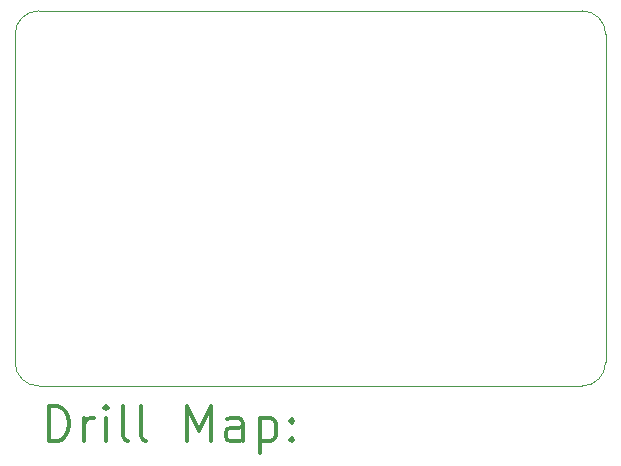
<source format=gbr>
%FSLAX45Y45*%
G04 Gerber Fmt 4.5, Leading zero omitted, Abs format (unit mm)*
G04 Created by KiCad (PCBNEW (5.1.10)-1) date 2022-10-05 22:38:59*
%MOMM*%
%LPD*%
G01*
G04 APERTURE LIST*
%TA.AperFunction,Profile*%
%ADD10C,0.050000*%
%TD*%
%ADD11C,0.200000*%
%ADD12C,0.300000*%
G04 APERTURE END LIST*
D10*
X8000000Y-5977000D02*
X8000000Y-3200000D01*
X7800000Y-6177000D02*
X3200000Y-6177000D01*
X8000000Y-5977000D02*
G75*
G02*
X7800000Y-6177000I-200000J0D01*
G01*
X3000000Y-3200000D02*
X3000000Y-5977000D01*
X7800000Y-3000000D02*
X3200000Y-3000000D01*
X7800000Y-3000000D02*
G75*
G02*
X8000000Y-3200000I0J-200000D01*
G01*
X3200000Y-6177000D02*
G75*
G02*
X3000000Y-5977000I0J200000D01*
G01*
X3000000Y-3200000D02*
G75*
G02*
X3200000Y-3000000I200000J0D01*
G01*
D11*
D12*
X3283928Y-6645214D02*
X3283928Y-6345214D01*
X3355357Y-6345214D01*
X3398214Y-6359500D01*
X3426786Y-6388071D01*
X3441071Y-6416643D01*
X3455357Y-6473786D01*
X3455357Y-6516643D01*
X3441071Y-6573786D01*
X3426786Y-6602357D01*
X3398214Y-6630929D01*
X3355357Y-6645214D01*
X3283928Y-6645214D01*
X3583928Y-6645214D02*
X3583928Y-6445214D01*
X3583928Y-6502357D02*
X3598214Y-6473786D01*
X3612500Y-6459500D01*
X3641071Y-6445214D01*
X3669643Y-6445214D01*
X3769643Y-6645214D02*
X3769643Y-6445214D01*
X3769643Y-6345214D02*
X3755357Y-6359500D01*
X3769643Y-6373786D01*
X3783928Y-6359500D01*
X3769643Y-6345214D01*
X3769643Y-6373786D01*
X3955357Y-6645214D02*
X3926786Y-6630929D01*
X3912500Y-6602357D01*
X3912500Y-6345214D01*
X4112500Y-6645214D02*
X4083928Y-6630929D01*
X4069643Y-6602357D01*
X4069643Y-6345214D01*
X4455357Y-6645214D02*
X4455357Y-6345214D01*
X4555357Y-6559500D01*
X4655357Y-6345214D01*
X4655357Y-6645214D01*
X4926786Y-6645214D02*
X4926786Y-6488071D01*
X4912500Y-6459500D01*
X4883928Y-6445214D01*
X4826786Y-6445214D01*
X4798214Y-6459500D01*
X4926786Y-6630929D02*
X4898214Y-6645214D01*
X4826786Y-6645214D01*
X4798214Y-6630929D01*
X4783928Y-6602357D01*
X4783928Y-6573786D01*
X4798214Y-6545214D01*
X4826786Y-6530929D01*
X4898214Y-6530929D01*
X4926786Y-6516643D01*
X5069643Y-6445214D02*
X5069643Y-6745214D01*
X5069643Y-6459500D02*
X5098214Y-6445214D01*
X5155357Y-6445214D01*
X5183928Y-6459500D01*
X5198214Y-6473786D01*
X5212500Y-6502357D01*
X5212500Y-6588071D01*
X5198214Y-6616643D01*
X5183928Y-6630929D01*
X5155357Y-6645214D01*
X5098214Y-6645214D01*
X5069643Y-6630929D01*
X5341071Y-6616643D02*
X5355357Y-6630929D01*
X5341071Y-6645214D01*
X5326786Y-6630929D01*
X5341071Y-6616643D01*
X5341071Y-6645214D01*
X5341071Y-6459500D02*
X5355357Y-6473786D01*
X5341071Y-6488071D01*
X5326786Y-6473786D01*
X5341071Y-6459500D01*
X5341071Y-6488071D01*
M02*

</source>
